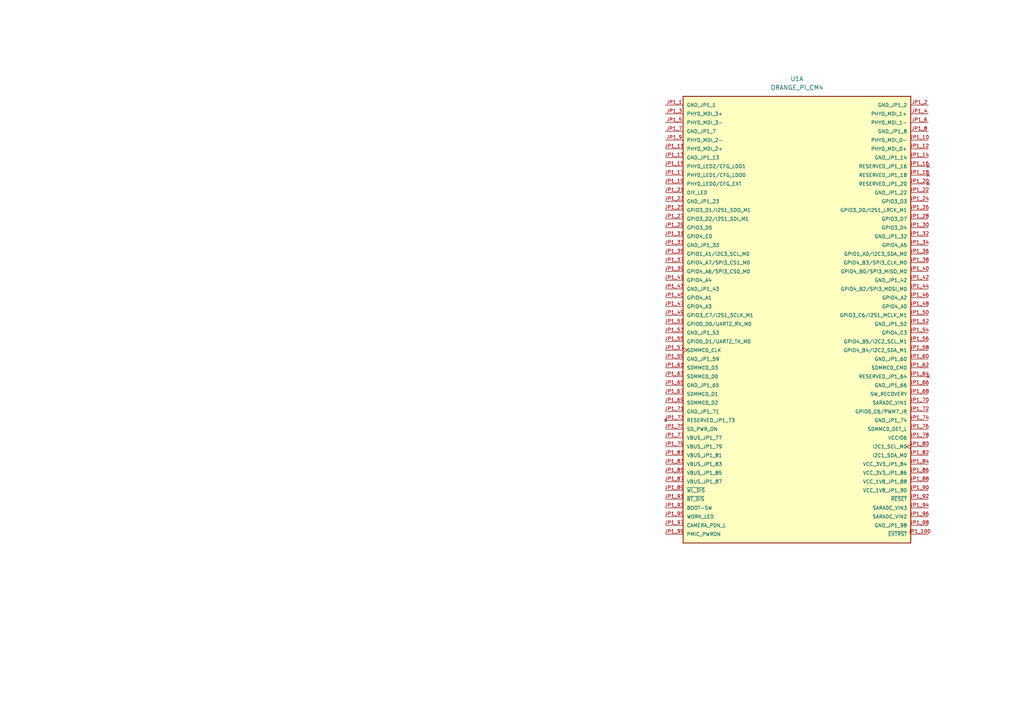
<source format=kicad_sch>
(kicad_sch (version 20250114) (generator "eeschema") (generator_version "9.0")
  (paper "A4")
  (lib_symbols
    (symbol "OCM4:ORANGE_PI_CM4" (pin_names (offset 1.016))
      (property "Reference" "U" (at -33.02 67.31 0))
      (property "Value" "ORANGE_PI_CM4" (at -33.02 -66.04 0))
      (symbol "ORANGE_PI_CM4_1_0"
        (rectangle (start -33.02 -63.5) (end 33.02 66.04) (stroke (width 0.254)) (fill (type background)))
        (pin power_in line (at -38.1 63.5 0) (length 5.08) (name "GND_JP1_1") (number "JP1_1"))
        (pin output line (at -38.1 60.96 0) (length 5.08) (name "PHY0_MDI_3+") (number "JP1_3"))
        (pin output line (at -38.1 58.42 0) (length 5.08) (name "PHY0_MDI_3-") (number "JP1_5"))
        (pin power_in line (at -38.1 55.88 0) (length 5.08) (name "GND_JP1_7") (number "JP1_7"))
        (pin output line (at -38.1 53.34 0) (length 5.08) (name "PHY0_MDI_2-") (number "JP1_9"))
        (pin output line (at -38.1 50.8 0) (length 5.08) (name "PHY0_MDI_2+") (number "JP1_11"))
        (pin power_in line (at -38.1 48.26 0) (length 5.08) (name "GND_JP1_13") (number "JP1_13"))
        (pin output line (at -38.1 45.72 0) (length 5.08) (name "PHY0_LED2/CFG_LDO1") (number "JP1_15"))
        (pin output line (at -38.1 43.18 0) (length 5.08) (name "PHY0_LED1/CFG_LDO0") (number "JP1_17"))
        (pin output line (at -38.1 40.64 0) (length 5.08) (name "PHY0_LED0/CFG_EXT") (number "JP1_19"))
        (pin output line (at -38.1 38.1 0) (length 5.08) (name "DIY_LED") (number "JP1_21"))
        (pin power_in line (at -38.1 35.56 0) (length 5.08) (name "GND_JP1_23") (number "JP1_23"))
        (pin bidirectional line (at -38.1 33.02 0) (length 5.08) (name "GPIO3_D1/I2S1_SDO_M1") (number "JP1_25"))
        (pin bidirectional line (at -38.1 30.48 0) (length 5.08) (name "GPIO3_D2/I2S1_SDI_M1") (number "JP1_27"))
        (pin bidirectional line (at -38.1 27.94 0) (length 5.08) (name "GPIO3_D5") (number "JP1_29"))
        (pin bidirectional line (at -38.1 25.4 0) (length 5.08) (name "GPIO4_C0") (number "JP1_31"))
        (pin power_in line (at -38.1 22.86 0) (length 5.08) (name "GND_JP1_33") (number "JP1_33"))
        (pin bidirectional line (at -38.1 20.32 0) (length 5.08) (name "GPIO1_A1/I2C3_SCL_M0") (number "JP1_35"))
        (pin bidirectional line (at -38.1 17.78 0) (length 5.08) (name "GPIO4_A7/SPI3_CS1_M0") (number "JP1_37"))
        (pin bidirectional line (at -38.1 15.24 0) (length 5.08) (name "GPIO4_A6/SPI3_CS0_M0") (number "JP1_39"))
        (pin bidirectional line (at -38.1 12.7 0) (length 5.08) (name "GPIO4_A4") (number "JP1_41"))
        (pin power_in line (at -38.1 10.16 0) (length 5.08) (name "GND_JP1_43") (number "JP1_43"))
        (pin bidirectional line (at -38.1 7.62 0) (length 5.08) (name "GPIO4_A1") (number "JP1_45"))
        (pin bidirectional line (at -38.1 5.08 0) (length 5.08) (name "GPIO4_A3") (number "JP1_47"))
        (pin bidirectional line (at -38.1 2.54 0) (length 5.08) (name "GPIO3_C7/I2S1_SCLK_M1") (number "JP1_49"))
        (pin bidirectional line (at -38.1 0 0) (length 5.08) (name "GPIO0_D0/UART2_RX_M0") (number "JP1_51"))
        (pin power_in line (at -38.1 -2.54 0) (length 5.08) (name "GND_JP1_53") (number "JP1_53"))
        (pin bidirectional line (at -38.1 -5.08 0) (length 5.08) (name "GPIO0_D1/UART2_TX_M0") (number "JP1_55"))
        (pin output clock (at -38.1 -7.62 0) (length 5.08) (name "SDMMC0_CLK") (number "JP1_57"))
        (pin power_in line (at -38.1 -10.16 0) (length 5.08) (name "GND_JP1_59") (number "JP1_59"))
        (pin bidirectional line (at -38.1 -12.7 0) (length 5.08) (name "SDMMC0_D3") (number "JP1_61"))
        (pin bidirectional line (at -38.1 -15.24 0) (length 5.08) (name "SDMMC0_D0") (number "JP1_63"))
        (pin power_in line (at -38.1 -17.78 0) (length 5.08) (name "GND_JP1_65") (number "JP1_65"))
        (pin bidirectional line (at -38.1 -20.32 0) (length 5.08) (name "SDMMC0_D1") (number "JP1_67"))
        (pin bidirectional line (at -38.1 -22.86 0) (length 5.08) (name "SDMMC0_D2") (number "JP1_69"))
        (pin power_in line (at -38.1 -25.4 0) (length 5.08) (name "GND_JP1_71") (number "JP1_71"))
        (pin no_connect line (at -38.1 -27.94 0) (length 5.08) (name "RESERVED_JP1_73") (number "JP1_73"))
        (pin output line (at -38.1 -30.48 0) (length 5.08) (name "SD_PWR_ON") (number "JP1_75"))
        (pin power_in line (at -38.1 -33.02 0) (length 5.08) (name "VBUS_JP1_77") (number "JP1_77"))
        (pin power_in line (at -38.1 -35.56 0) (length 5.08) (name "VBUS_JP1_79") (number "JP1_79"))
        (pin power_in line (at -38.1 -38.1 0) (length 5.08) (name "VBUS_JP1_81") (number "JP1_81"))
        (pin power_in line (at -38.1 -40.64 0) (length 5.08) (name "VBUS_JP1_83") (number "JP1_83"))
        (pin power_in line (at -38.1 -43.18 0) (length 5.08) (name "VBUS_JP1_85") (number "JP1_85"))
        (pin power_in line (at -38.1 -45.72 0) (length 5.08) (name "VBUS_JP1_87") (number "JP1_87"))
        (pin input line (at -38.1 -48.26 0) (length 5.08) (name "~{WL_DIS}") (number "JP1_89"))
        (pin input line (at -38.1 -50.8 0) (length 5.08) (name "~{BT_DIS}") (number "JP1_91"))
        (pin input line (at -38.1 -53.34 0) (length 5.08) (name "BOOT-SW") (number "JP1_93"))
        (pin bidirectional line (at -38.1 -55.88 0) (length 5.08) (name "WORK_LED") (number "JP1_95"))
        (pin bidirectional line (at -38.1 -58.42 0) (length 5.08) (name "CAMERA_PDN_L") (number "JP1_97"))
        (pin input line (at -38.1 -60.96 0) (length 5.08) (name "PMIC_PWRON") (number "JP1_99"))
        (pin power_in line (at 38.1 63.5 180) (length 5.08) (name "GND_JP1_2") (number "JP1_2"))
        (pin output line (at 38.1 60.96 180) (length 5.08) (name "PHY0_MDI_1+") (number "JP1_4"))
        (pin output line (at 38.1 58.42 180) (length 5.08) (name "PHY0_MDI_1-") (number "JP1_6"))
        (pin power_in line (at 38.1 55.88 180) (length 5.08) (name "GND_JP1_8") (number "JP1_8"))
        (pin output line (at 38.1 53.34 180) (length 5.08) (name "PHY0_MDI_0-") (number "JP1_10"))
        (pin output line (at 38.1 50.8 180) (length 5.08) (name "PHY0_MDI_0+") (number "JP1_12"))
        (pin power_in line (at 38.1 48.26 180) (length 5.08) (name "GND_JP1_14") (number "JP1_14"))
        (pin no_connect line (at 38.1 45.72 180) (length 5.08) (name "RESERVED_JP1_16") (number "JP1_16"))
        (pin no_connect line (at 38.1 43.18 180) (length 5.08) (name "RESERVED_JP1_18") (number "JP1_18"))
        (pin no_connect line (at 38.1 40.64 180) (length 5.08) (name "RESERVED_JP1_20") (number "JP1_20"))
        (pin power_in line (at 38.1 38.1 180) (length 5.08) (name "GND_JP1_22") (number "JP1_22"))
        (pin bidirectional line (at 38.1 35.56 180) (length 5.08) (name "GPIO3_D3") (number "JP1_24"))
        (pin bidirectional line (at 38.1 33.02 180) (length 5.08) (name "GPIO3_D0/I2S1_LRCK_M1") (number "JP1_26"))
        (pin bidirectional line (at 38.1 30.48 180) (length 5.08) (name "GPIO3_D7") (number "JP1_28"))
        (pin bidirectional line (at 38.1 27.94 180) (length 5.08) (name "GPIO3_D4") (number "JP1_30"))
        (pin power_in line (at 38.1 25.4 180) (length 5.08) (name "GND_JP1_32") (number "JP1_32"))
        (pin bidirectional line (at 38.1 22.86 180) (length 5.08) (name "GPIO4_A5") (number "JP1_34"))
        (pin bidirectional line (at 38.1 20.32 180) (length 5.08) (name "GPIO1_A0/I2C3_SDA_M0") (number "JP1_36"))
        (pin bidirectional line (at 38.1 17.78 180) (length 5.08) (name "GPIO4_B3/SPI3_CLK_M0") (number "JP1_38"))
        (pin bidirectional line (at 38.1 15.24 180) (length 5.08) (name "GPIO4_B0/SPI3_MISO_M0") (number "JP1_40"))
        (pin power_in line (at 38.1 12.7 180) (length 5.08) (name "GND_JP1_42") (number "JP1_42"))
        (pin bidirectional line (at 38.1 10.16 180) (length 5.08) (name "GPIO4_B2/SPI3_MOSI_M0") (number "JP1_44"))
        (pin bidirectional line (at 38.1 7.62 180) (length 5.08) (name "GPIO4_A2") (number "JP1_46"))
        (pin bidirectional line (at 38.1 5.08 180) (length 5.08) (name "GPIO4_A0") (number "JP1_48"))
        (pin bidirectional line (at 38.1 2.54 180) (length 5.08) (name "GPIO3_C6/I2S1_MCLK_M1") (number "JP1_50"))
        (pin power_in line (at 38.1 0 180) (length 5.08) (name "GND_JP1_52") (number "JP1_52"))
        (pin bidirectional line (at 38.1 -2.54 180) (length 5.08) (name "GPIO4_C3") (number "JP1_54"))
        (pin bidirectional line (at 38.1 -5.08 180) (length 5.08) (name "GPIO4_B5/I2C2_SCL_M1") (number "JP1_56"))
        (pin bidirectional line (at 38.1 -7.62 180) (length 5.08) (name "GPIO4_B4/I2C2_SDA_M1") (number "JP1_58"))
        (pin power_in line (at 38.1 -10.16 180) (length 5.08) (name "GND_JP1_60") (number "JP1_60"))
        (pin bidirectional line (at 38.1 -12.7 180) (length 5.08) (name "SDMMC0_CMD") (number "JP1_62"))
        (pin no_connect line (at 38.1 -15.24 180) (length 5.08) (name "RESERVED_JP1_64") (number "JP1_64"))
        (pin power_in line (at 38.1 -17.78 180) (length 5.08) (name "GND_JP1_66") (number "JP1_66"))
        (pin input line (at 38.1 -20.32 180) (length 5.08) (name "SW_RECOVERY") (number "JP1_68"))
        (pin input line (at 38.1 -22.86 180) (length 5.08) (name "SARADC_VIN1") (number "JP1_70"))
        (pin bidirectional line (at 38.1 -25.4 180) (length 5.08) (name "GPIO0_C6/PWM7_IR") (number "JP1_72"))
        (pin power_in line (at 38.1 -27.94 180) (length 5.08) (name "GND_JP1_74") (number "JP1_74"))
        (pin input line (at 38.1 -30.48 180) (length 5.08) (name "SDMMC0_DET_L") (number "JP1_76"))
        (pin power_in line (at 38.1 -33.02 180) (length 5.08) (name "VCCIO6") (number "JP1_78"))
        (pin output clock (at 38.1 -35.56 180) (length 5.08) (name "I2C1_SCL_M0") (number "JP1_80"))
        (pin bidirectional line (at 38.1 -38.1 180) (length 5.08) (name "I2C1_SDA_M0") (number "JP1_82"))
        (pin power_in line (at 38.1 -40.64 180) (length 5.08) (name "VCC_3V3_JP1_84") (number "JP1_84"))
        (pin power_in line (at 38.1 -43.18 180) (length 5.08) (name "VCC_3V3_JP1_86") (number "JP1_86"))
        (pin power_in line (at 38.1 -45.72 180) (length 5.08) (name "VCC_1V8_JP1_88") (number "JP1_88"))
        (pin power_in line (at 38.1 -48.26 180) (length 5.08) (name "VCC_1V8_JP1_90") (number "JP1_90"))
        (pin input line (at 38.1 -50.8 180) (length 5.08) (name "~{RESET}") (number "JP1_92"))
        (pin input line (at 38.1 -53.34 180) (length 5.08) (name "SARADC_VIN3") (number "JP1_94"))
        (pin input line (at 38.1 -55.88 180) (length 5.08) (name "SARADC_VIN2") (number "JP1_96"))
        (pin power_in line (at 38.1 -58.42 180) (length 5.08) (name "GND_JP1_98") (number "JP1_98"))
        (pin input line (at 38.1 -60.96 180) (length 5.08) (name "~{EXTRST}") (number "JP1_100"))
      )
      (symbol "ORANGE_PI_CM4_2_0"
        (rectangle (start -33.02 -63.5) (end 33.02 66.04) (stroke (width 0.254)) (fill (type background)))
        (pin input line (at -38.1 63.5 0) (length 5.08) (name "USB_OTG0_ID") (number "JP2_1"))
        (pin bidirectional line (at -38.1 60.96 0) (length 5.08) (name "USB_OTG0_DM") (number "JP2_3"))
        (pin bidirectional line (at -38.1 58.42 0) (length 5.08) (name "USB_OTG0_DP") (number "JP2_5"))
        (pin power_in line (at -38.1 55.88 0) (length 5.08) (name "GND_JP2_7") (number "JP2_7"))
        (pin output line (at -38.1 53.34 0) (length 5.08) (name "~{PCIE20_PERST_3V3_L}") (number "JP2_9"))
        (pin no_connect line (at -38.1 50.8 0) (length 5.08) (name "RESERVED_JP2_11") (number "JP2_11"))
        (pin power_in line (at -38.1 48.26 0) (length 5.08) (name "GND_JP2_13") (number "JP2_13"))
        (pin input line (at -38.1 45.72 0) (length 5.08) (name "MIPI_CSI_RX0_D0N") (number "JP2_15"))
        (pin input line (at -38.1 43.18 0) (length 5.08) (name "MIPI_CSI_RX0_D0P") (number "JP2_17"))
        (pin power_in line (at -38.1 40.64 0) (length 5.08) (name "GND_JP2_19") (number "JP2_19"))
        (pin input line (at -38.1 38.1 0) (length 5.08) (name "MIPI_CSI_RX0_D1N") (number "JP2_21"))
        (pin input line (at -38.1 35.56 0) (length 5.08) (name "MIPI_CSI_RX0_D1P") (number "JP2_23"))
        (pin power_in line (at -38.1 33.02 0) (length 5.08) (name "GND_JP2_25") (number "JP2_25"))
        (pin input clock (at -38.1 30.48 0) (length 5.08) (name "MIPI_CSI_RX_CLK0N") (number "JP2_27"))
        (pin input clock (at -38.1 27.94 0) (length 5.08) (name "MIPI_CSI_RX_CLK0P") (number "JP2_29"))
        (pin power_in line (at -38.1 25.4 0) (length 5.08) (name "GND_JP2_31") (number "JP2_31"))
        (pin input line (at -38.1 22.86 0) (length 5.08) (name "MIPI_CSI_RX0_D2N") (number "JP2_33"))
        (pin input line (at -38.1 20.32 0) (length 5.08) (name "MIPI_CSI_RX0_D2P") (number "JP2_35"))
        (pin power_in line (at -38.1 17.78 0) (length 5.08) (name "GND_JP2_37") (number "JP2_37"))
        (pin input line (at -38.1 15.24 0) (length 5.08) (name "MIPI_CSI_RX0_D3N") (number "JP2_39"))
        (pin input line (at -38.1 12.7 0) (length 5.08) (name "MIPI_CSI_RX0_D3P") (number "JP2_41"))
        (pin output line (at -38.1 10.16 0) (length 5.08) (name "EDP_TX_D3P") (number "JP2_43"))
        (pin bidirectional line (at -38.1 7.62 0) (length 5.08) (name "EDP_SDA/I2C4_SDA_M1") (number "JP2_45"))
        (pin input clock (at -38.1 5.08 0) (length 5.08) (name "EDP_SCL/I2C4_SCL_M1") (number "JP2_47"))
        (pin output line (at -38.1 2.54 0) (length 5.08) (name "EDP_TX_D3N") (number "JP2_49"))
        (pin output line (at -38.1 0 0) (length 5.08) (name "HDMI_CEC_PORT") (number "JP2_51"))
        (pin output line (at -38.1 -2.54 0) (length 5.08) (name "HDMI_TX_HPD_PORT") (number "JP2_53"))
        (pin power_in line (at -38.1 -5.08 0) (length 5.08) (name "GND_JP2_55") (number "JP2_55"))
        (pin output line (at -38.1 -7.62 0) (length 5.08) (name "MIPI_DSI_TX0_D0N") (number "JP2_57"))
        (pin output line (at -38.1 -10.16 0) (length 5.08) (name "MIPI_DSI_TX0_D0P") (number "JP2_59"))
        (pin power_in line (at -38.1 -12.7 0) (length 5.08) (name "GND_JP2_61") (number "JP2_61"))
        (pin output line (at -38.1 -15.24 0) (length 5.08) (name "MIPI_DSI_TX0_D1N") (number "JP2_63"))
        (pin output line (at -38.1 -17.78 0) (length 5.08) (name "MIPI_DSI_TX0_D1P") (number "JP2_65"))
        (pin power_in line (at -38.1 -20.32 0) (length 5.08) (name "GND_JP2_67") (number "JP2_67"))
        (pin output clock (at -38.1 -22.86 0) (length 5.08) (name "MIPI_DSI_TX0_CLKN") (number "JP2_69"))
        (pin output clock (at -38.1 -25.4 0) (length 5.08) (name "MIPI_DSI_TX0_CLKP") (number "JP2_71"))
        (pin power_in line (at -38.1 -27.94 0) (length 5.08) (name "GND_JP2_73") (number "JP2_73"))
        (pin output line (at -38.1 -30.48 0) (length 5.08) (name "MIPI_DSI_TX1_D0N") (number "JP2_75"))
        (pin output line (at -38.1 -33.02 0) (length 5.08) (name "MIPI_DSI_TX1_D0P") (number "JP2_77"))
        (pin power_in line (at -38.1 -35.56 0) (length 5.08) (name "GND_JP2_79") (number "JP2_79"))
        (pin output line (at -38.1 -38.1 0) (length 5.08) (name "MIPI_DSI_TX1_D1N") (number "JP2_81"))
        (pin output line (at -38.1 -40.64 0) (length 5.08) (name "MIPI_DSI_TX1_D1P") (number "JP2_83"))
        (pin power_in line (at -38.1 -43.18 0) (length 5.08) (name "GND_JP2_85") (number "JP2_85"))
        (pin output clock (at -38.1 -45.72 0) (length 5.08) (name "MIPI_DSI_TX1_CLKN") (number "JP2_87"))
        (pin output clock (at -38.1 -48.26 0) (length 5.08) (name "MIPI_DSI_TX1_CLKP") (number "JP2_89"))
        (pin power_in line (at -38.1 -50.8 0) (length 5.08) (name "GND_JP2_91") (number "JP2_91"))
        (pin output line (at -38.1 -53.34 0) (length 5.08) (name "MIPI_DSI_TX1_D2N") (number "JP2_93"))
        (pin output line (at -38.1 -55.88 0) (length 5.08) (name "MIPI_DSI_TX1_D2P") (number "JP2_95"))
        (pin power_in line (at -38.1 -58.42 0) (length 5.08) (name "GND_JP2_97") (number "JP2_97"))
        (pin output line (at -38.1 -60.96 0) (length 5.08) (name "HDMI_TXDDC_SDA_PORT") (number "JP2_99"))
        (pin output line (at 38.1 63.5 180) (length 5.08) (name "~{PCIE20_CLKREQ_3V3_L}") (number "JP2_2"))
        (pin input line (at 38.1 60.96 180) (length 5.08) (name "~{PCIE20_WAKE_3V3_L}") (number "JP2_4"))
        (pin no_connect line (at 38.1 58.42 180) (length 5.08) (name "RESERVED_JP2_6") (number "JP2_6"))
        (pin power_in line (at 38.1 55.88 180) (length 5.08) (name "GND_JP2_8") (number "JP2_8"))
        (pin output clock (at 38.1 53.34 180) (length 5.08) (name "PCIE20_REFCLKP_P") (number "JP2_10"))
        (pin output clock (at 38.1 50.8 180) (length 5.08) (name "PCIE20_REFCLKP_N") (number "JP2_12"))
        (pin power_in line (at 38.1 48.26 180) (length 5.08) (name "GND_JP2_14") (number "JP2_14"))
        (pin output line (at 38.1 45.72 180) (length 5.08) (name "PCIE20_RXP") (number "JP2_16"))
        (pin output line (at 38.1 43.18 180) (length 5.08) (name "PCIE20_RXN") (number "JP2_18"))
        (pin power_in line (at 38.1 40.64 180) (length 5.08) (name "GND_JP2_20") (number "JP2_20"))
        (pin output line (at 38.1 38.1 180) (length 5.08) (name "PCIE20_TXP") (number "JP2_22"))
        (pin output line (at 38.1 35.56 180) (length 5.08) (name "PCIE20_TXN") (number "JP2_24"))
        (pin power_in line (at 38.1 33.02 180) (length 5.08) (name "GND_JP2_26") (number "JP2_26"))
        (pin input line (at 38.1 30.48 180) (length 5.08) (name "MIPI_CSI_RX1_D2N") (number "JP2_28"))
        (pin input line (at 38.1 27.94 180) (length 5.08) (name "MIPI_CSI_RX1_D2P") (number "JP2_30"))
        (pin power_in line (at 38.1 25.4 180) (length 5.08) (name "GND_JP2_32") (number "JP2_32"))
        (pin input line (at 38.1 22.86 180) (length 5.08) (name "MIPI_CSI_RX1_D3N") (number "JP2_34"))
        (pin input line (at 38.1 20.32 180) (length 5.08) (name "MIPI_CSI_RX1_D3P") (number "JP2_36"))
        (pin power_in line (at 38.1 17.78 180) (length 5.08) (name "GND_JP2_38") (number "JP2_38"))
        (pin input clock (at 38.1 15.24 180) (length 5.08) (name "MIPI_CSI_RX_CLK1N") (number "JP2_40"))
        (pin input clock (at 38.1 12.7 180) (length 5.08) (name "MIPI_CSI_RX_CLK1P") (number "JP2_42"))
        (pin power_in line (at 38.1 10.16 180) (length 5.08) (name "GND_JP2_44") (number "JP2_44"))
        (pin output line (at 38.1 7.62 180) (length 5.08) (name "EDP_TX_D2P") (number "JP2_46"))
        (pin output line (at 38.1 5.08 180) (length 5.08) (name "EDP_TX_D2N") (number "JP2_48"))
        (pin power_in line (at 38.1 2.54 180) (length 5.08) (name "GND_JP2_50") (number "JP2_50"))
        (pin output line (at 38.1 0 180) (length 5.08) (name "EDP_TX_D1P") (number "JP2_52"))
        (pin output line (at 38.1 -2.54 180) (length 5.08) (name "EDP_TX_D1N") (number "JP2_54"))
        (pin power_in line (at 38.1 -5.08 180) (length 5.08) (name "GND_JP2_56") (number "JP2_56"))
        (pin output line (at 38.1 -7.62 180) (length 5.08) (name "EDP_TX_D0P") (number "JP2_58"))
        (pin output line (at 38.1 -10.16 180) (length 5.08) (name "EDP_TX_D0N") (number "JP2_60"))
        (pin power_in line (at 38.1 -12.7 180) (length 5.08) (name "GND_JP2_62") (number "JP2_62"))
        (pin bidirectional line (at 38.1 -15.24 180) (length 5.08) (name "EDP_TX_AUXP") (number "JP2_64"))
        (pin bidirectional line (at 38.1 -17.78 180) (length 5.08) (name "EDP_TX_AUXN") (number "JP2_66"))
        (pin power_in line (at 38.1 -20.32 180) (length 5.08) (name "GND_JP2_68") (number "JP2_68"))
        (pin output line (at 38.1 -22.86 180) (length 5.08) (name "HDMI_TX2P_PORT") (number "JP2_70"))
        (pin output line (at 38.1 -25.4 180) (length 5.08) (name "HDMI_TX2N_PORT") (number "JP2_72"))
        (pin power_in line (at 38.1 -27.94 180) (length 5.08) (name "GND_JP2_74") (number "JP2_74"))
        (pin output line (at 38.1 -30.48 180) (length 5.08) (name "HDMI_TX1P_PORT") (number "JP2_76"))
        (pin output line (at 38.1 -33.02 180) (length 5.08) (name "HDMI_TX1N_PORT") (number "JP2_78"))
        (pin power_in line (at 38.1 -35.56 180) (length 5.08) (name "GND_JP2_80") (number "JP2_80"))
        (pin output line (at 38.1 -38.1 180) (length 5.08) (name "HDMI_TX0P_PORT") (number "JP2_82"))
        (pin output line (at 38.1 -40.64 180) (length 5.08) (name "HDMI_TX0N_PORT") (number "JP2_84"))
        (pin power_in line (at 38.1 -43.18 180) (length 5.08) (name "GND_JP2_86") (number "JP2_86"))
        (pin output clock (at 38.1 -45.72 180) (length 5.08) (name "HDMI_TXCLKP_PORT") (number "JP2_88"))
        (pin output clock (at 38.1 -48.26 180) (length 5.08) (name "HDMI_TXCLKN_PORT") (number "JP2_90"))
        (pin power_in line (at 38.1 -50.8 180) (length 5.08) (name "GND_JP2_92") (number "JP2_92"))
        (pin output line (at 38.1 -53.34 180) (length 5.08) (name "MIPI_DSI_TX1_D3N") (number "JP2_94"))
        (pin output line (at 38.1 -55.88 180) (length 5.08) (name "MIPI_DSI_TX1_D3P") (number "JP2_96"))
        (pin power_in line (at 38.1 -58.42 180) (length 5.08) (name "GND_JP2_98") (number "JP2_98"))
        (pin output clock (at 38.1 -60.96 180) (length 5.08) (name "HDMI_TXDDC_SCL_PORT") (number "JP2_100"))
      )
      (symbol "ORANGE_PI_CM4_3_0"
        (rectangle (start -25.4 -15.24) (end 25.4 17.78) (stroke (width 0.254)) (fill (type background)))
        (pin power_in line (at -30.48 15.24 0) (length 5.08) (name "GND_JP3_1") (number "JP3_1"))
        (pin bidirectional line (at -30.48 12.7 0) (length 5.08) (name "USB2_HOST3_DM") (number "JP3_3"))
        (pin bidirectional line (at -30.48 10.16 0) (length 5.08) (name "USB2_HOST3_DP") (number "JP3_5"))
        (pin power_in line (at -30.48 7.62 0) (length 5.08) (name "GND_JP3_7") (number "JP3_7"))
        (pin bidirectional line (at -30.48 5.08 0) (length 5.08) (name "USB2_HOST2_DM") (number "JP3_9"))
        (pin bidirectional line (at -30.48 2.54 0) (length 5.08) (name "USB2_HOST2_DP") (number "JP3_11"))
        (pin power_in line (at -30.48 0 0) (length 5.08) (name "GND_JP3_13") (number "JP3_13"))
        (pin input line (at -30.48 -2.54 0) (length 5.08) (name "HP_DET_L") (number "JP3_15"))
        (pin power_in line (at -30.48 -5.08 0) (length 5.08) (name "GND_JP3_17") (number "JP3_17"))
        (pin bidirectional line (at -30.48 -7.62 0) (length 5.08) (name "USB3_HOST1_DM") (number "JP3_19"))
        (pin bidirectional line (at -30.48 -10.16 0) (length 5.08) (name "USB3_HOST1_DP") (number "JP3_21"))
        (pin power_in line (at -30.48 -12.7 0) (length 5.08) (name "GND_JP3_23") (number "JP3_23"))
        (pin power_in line (at 30.48 15.24 180) (length 5.08) (name "GND_JP3_2") (number "JP3_2"))
        (pin output line (at 30.48 12.7 180) (length 5.08) (name "HPR_OUT") (number "JP3_4"))
        (pin output line (at 30.48 10.16 180) (length 5.08) (name "HPL_OUT") (number "JP3_6"))
        (pin output line (at 30.48 7.62 180) (length 5.08) (name "HP_SNS") (number "JP3_8"))
        (pin input line (at 30.48 5.08 180) (length 5.08) (name "MIC1_IN") (number "JP3_10"))
        (pin input line (at 30.48 2.54 180) (length 5.08) (name "MIC2_IN") (number "JP3_12"))
        (pin power_in line (at 30.48 0 180) (length 5.08) (name "GND_JP3_14") (number "JP3_14"))
        (pin output line (at 30.48 -2.54 180) (length 5.08) (name "USB3_HOST1_SSTXP") (number "JP3_18"))
        (pin output line (at 30.48 -5.08 180) (length 5.08) (name "USB3_HOST1_SSTXN") (number "JP3_16"))
        (pin power_in line (at 30.48 -7.62 180) (length 5.08) (name "GND_JP3_20") (number "JP3_20"))
        (pin input line (at 30.48 -10.16 180) (length 5.08) (name "USB3_HOST1_SSRXP") (number "JP3_22"))
        (pin input line (at 30.48 -12.7 180) (length 5.08) (name "USB3_HOST1_SSRXN") (number "JP3_24"))
      )
    )
  )
  (symbol (lib_id "OCM4:ORANGE_PI_CM4") (at 231.14 93.98 0) (unit 1)
    (property "Reference" "U1" (at 231.14 22.86 0))
    (property "Value" "ORANGE_PI_CM4" (at 231.14 25.4 0))
    (property "Footprint" "Footprint:OCM4" (effects (hide yes)))
    (property "MF" "Orange Pi" (effects (hide yes)))
    (property "MAXIMUM_PACKAGE_HEIGHT" "5.1mm" (effects (hide yes)))
    (property "Package" "Package" (effects (hide yes)))
    (property "Price" "None" (effects (hide yes)))
    (property "Check_prices" "https://www.snapeda.com/parts/Orange%20Pi%20CM4/Orange+Pi/view-part/?ref=eda" (effects (hide yes)))
    (property "STANDARD" "Manufacturer Recommendations" (effects (hide yes)))
    (property "PARTREV" "v1.2" (effects (hide yes)))
    (property "SnapEDA_Link" "https://www.snapeda.com/parts/Orange%20Pi%20CM4/Orange+Pi/view-part/?ref=snap" (effects (hide yes)))
    (property "MP" "Orange Pi CM4" (effects (hide yes)))
    (property "Description_1" "Orange Pi Compute Module 4" (effects (hide yes)))
    (property "Availability" "Not in stock" (effects (hide yes)))
    (property "MANUFACTURER" "Orange Pi" (effects (hide yes)))
  )
)
</source>
